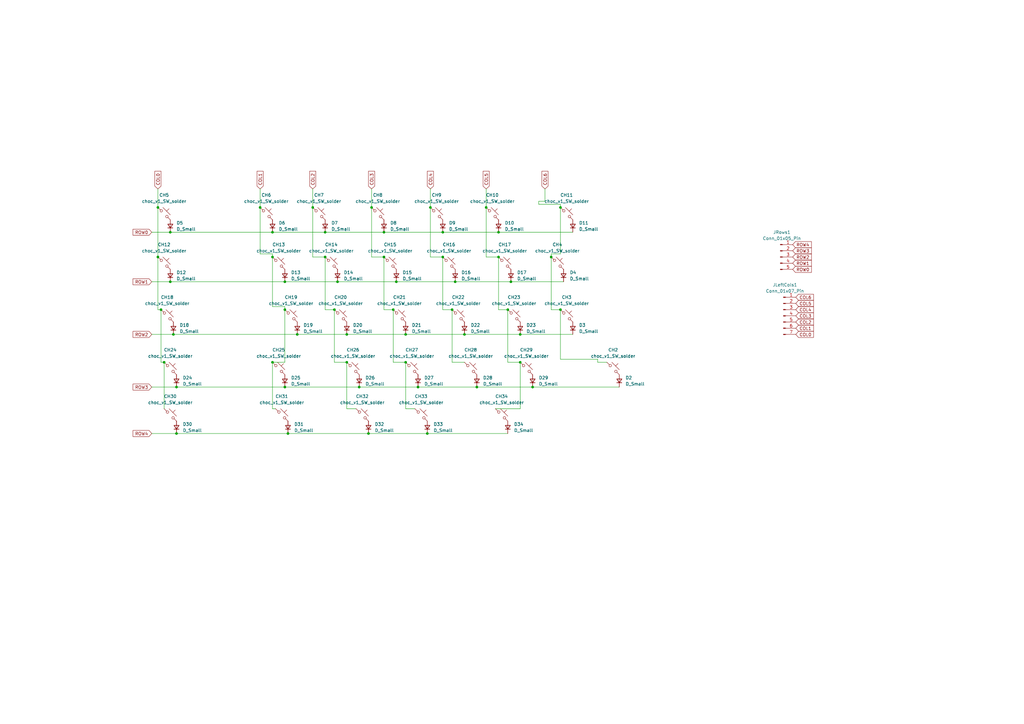
<source format=kicad_sch>
(kicad_sch (version 20231120) (generator "eeschema") (generator_version "8.0")
  (paper "A3")
  (lib_symbols
    (symbol "Connector:Conn_01x05_Pin" (pin_names (offset 1.016) hide)
      (property "Reference" "J" (at 0 7.62 0))
      (property "Value" "Conn_01x05_Pin" (at 0 -7.62 0))
      (symbol "Conn_01x05_Pin_1_1"
        (polyline (pts (xy 1.27 -5.08) (xy 0.8636 -5.08)) (stroke (width 0.1524)))
        (polyline (pts (xy 1.27 -2.54) (xy 0.8636 -2.54)) (stroke (width 0.1524)))
        (polyline (pts (xy 1.27 0) (xy 0.8636 0)) (stroke (width 0.1524)))
        (polyline (pts (xy 1.27 2.54) (xy 0.8636 2.54)) (stroke (width 0.1524)))
        (polyline (pts (xy 1.27 5.08) (xy 0.8636 5.08)) (stroke (width 0.1524)))
        (rectangle (start 0.8636 -4.953) (end 0 -5.207) (stroke (width 0.1524)) (fill (type outline)))
        (rectangle (start 0.8636 -2.413) (end 0 -2.667) (stroke (width 0.1524)) (fill (type outline)))
        (rectangle (start 0.8636 0.127) (end 0 -0.127) (stroke (width 0.1524)) (fill (type outline)))
        (rectangle (start 0.8636 2.667) (end 0 2.413) (stroke (width 0.1524)) (fill (type outline)))
        (rectangle (start 0.8636 5.207) (end 0 4.953) (stroke (width 0.1524)) (fill (type outline)))
        (pin passive line (at 5.08 5.08 180) (length 3.81) (name "Pin_1") (number "1"))
        (pin passive line (at 5.08 2.54 180) (length 3.81) (name "Pin_2") (number "2"))
        (pin passive line (at 5.08 0 180) (length 3.81) (name "Pin_3") (number "3"))
        (pin passive line (at 5.08 -2.54 180) (length 3.81) (name "Pin_4") (number "4"))
        (pin passive line (at 5.08 -5.08 180) (length 3.81) (name "Pin_5") (number "5"))
      )
    )
    (symbol "Connector:Conn_01x07_Pin" (pin_names (offset 1.016) hide)
      (property "Reference" "J" (at 0 10.16 0))
      (property "Value" "Conn_01x07_Pin" (at 0 -10.16 0))
      (symbol "Conn_01x07_Pin_1_1"
        (polyline (pts (xy 1.27 -7.62) (xy 0.8636 -7.62)) (stroke (width 0.1524)))
        (polyline (pts (xy 1.27 -5.08) (xy 0.8636 -5.08)) (stroke (width 0.1524)))
        (polyline (pts (xy 1.27 -2.54) (xy 0.8636 -2.54)) (stroke (width 0.1524)))
        (polyline (pts (xy 1.27 0) (xy 0.8636 0)) (stroke (width 0.1524)))
        (polyline (pts (xy 1.27 2.54) (xy 0.8636 2.54)) (stroke (width 0.1524)))
        (polyline (pts (xy 1.27 5.08) (xy 0.8636 5.08)) (stroke (width 0.1524)))
        (polyline (pts (xy 1.27 7.62) (xy 0.8636 7.62)) (stroke (width 0.1524)))
        (rectangle (start 0.8636 -7.493) (end 0 -7.747) (stroke (width 0.1524)) (fill (type outline)))
        (rectangle (start 0.8636 -4.953) (end 0 -5.207) (stroke (width 0.1524)) (fill (type outline)))
        (rectangle (start 0.8636 -2.413) (end 0 -2.667) (stroke (width 0.1524)) (fill (type outline)))
        (rectangle (start 0.8636 0.127) (end 0 -0.127) (stroke (width 0.1524)) (fill (type outline)))
        (rectangle (start 0.8636 2.667) (end 0 2.413) (stroke (width 0.1524)) (fill (type outline)))
        (rectangle (start 0.8636 5.207) (end 0 4.953) (stroke (width 0.1524)) (fill (type outline)))
        (rectangle (start 0.8636 7.747) (end 0 7.493) (stroke (width 0.1524)) (fill (type outline)))
        (pin passive line (at 5.08 7.62 180) (length 3.81) (name "Pin_1") (number "1"))
        (pin passive line (at 5.08 5.08 180) (length 3.81) (name "Pin_2") (number "2"))
        (pin passive line (at 5.08 2.54 180) (length 3.81) (name "Pin_3") (number "3"))
        (pin passive line (at 5.08 0 180) (length 3.81) (name "Pin_4") (number "4"))
        (pin passive line (at 5.08 -2.54 180) (length 3.81) (name "Pin_5") (number "5"))
        (pin passive line (at 5.08 -5.08 180) (length 3.81) (name "Pin_6") (number "6"))
        (pin passive line (at 5.08 -7.62 180) (length 3.81) (name "Pin_7") (number "7"))
      )
    )
    (symbol "Device:D_Small" (pin_numbers hide) (pin_names (offset 0.254) hide)
      (property "Reference" "D" (at -1.27 2.032 0))
      (property "Value" "D_Small" (at -3.81 -2.032 0))
      (symbol "D_Small_0_1"
        (polyline (pts (xy -0.762 -1.016) (xy -0.762 1.016)) (stroke (width 0.254)))
        (polyline (pts (xy -0.762 0) (xy 0.762 0)))
        (polyline (pts (xy 0.762 -1.016) (xy -0.762 0) (xy 0.762 1.016) (xy 0.762 -1.016)) (stroke (width 0.254)))
      )
      (symbol "D_Small_1_1"
        (pin passive line (at -2.54 0 0) (length 1.778) (name "K") (number "1"))
        (pin passive line (at 2.54 0 180) (length 1.778) (name "A") (number "2"))
      )
    )
    (symbol "PCM_marbastlib-choc:choc_v1_SW_solder" (pin_numbers hide) (pin_names (offset 1.016) hide)
      (property "Reference" "CH" (at 3.048 1.016 0))
      (property "Value" "choc_v1_SW_solder" (at 0 -3.81 0))
      (symbol "choc_v1_SW_solder_0_1"
        (circle (center -1.1684 1.1684) (radius 0.508))
        (polyline (pts (xy -0.508 2.54) (xy 2.54 -0.508)))
        (polyline (pts (xy 1.016 1.016) (xy 2.032 2.032)))
        (polyline (pts (xy -2.54 2.54) (xy -1.524 1.524) (xy -1.524 1.524)))
        (polyline (pts (xy 1.524 -1.524) (xy 2.54 -2.54) (xy 2.54 -2.54) (xy 2.54 -2.54)))
        (circle (center 1.143 -1.1938) (radius 0.508))
        (pin passive line (at -2.54 2.54 0) (length 0) (name "1") (number "1"))
        (pin passive line (at 2.54 -2.54 180) (length 0) (name "2") (number "2"))
      )
    )
  )
  (junction (at 138.43 115.57))
  (junction (at 166.37 148.59))
  (junction (at 171.45 158.75))
  (junction (at 186.69 115.57))
  (junction (at 229.87 85.09))
  (junction (at 195.58 158.75))
  (junction (at 111.76 95.25))
  (junction (at 209.55 115.57))
  (junction (at 213.36 148.59))
  (junction (at 161.29 127))
  (junction (at 121.92 137.16))
  (junction (at 175.26 177.8))
  (junction (at 204.47 105.41))
  (junction (at 190.5 137.16))
  (junction (at 218.44 158.75))
  (junction (at 111.76 148.59))
  (junction (at 142.24 137.16))
  (junction (at 116.84 158.75))
  (junction (at 116.84 115.57))
  (junction (at 181.61 95.25))
  (junction (at 151.13 177.8))
  (junction (at 157.48 105.41))
  (junction (at 147.32 158.75))
  (junction (at 157.48 95.25))
  (junction (at 133.35 95.25))
  (junction (at 111.76 105.41))
  (junction (at 181.61 105.41))
  (junction (at 208.28 127))
  (junction (at 66.04 127))
  (junction (at 67.31 148.59))
  (junction (at 229.87 127))
  (junction (at 185.42 127))
  (junction (at 128.27 85.09))
  (junction (at 213.36 137.16))
  (junction (at 133.35 105.41))
  (junction (at 69.85 95.25))
  (junction (at 152.4 85.09))
  (junction (at 204.47 95.25))
  (junction (at 176.53 85.09))
  (junction (at 137.16 127))
  (junction (at 199.39 85.09))
  (junction (at 226.06 105.41))
  (junction (at 72.39 177.8))
  (junction (at 118.11 177.8))
  (junction (at 64.77 105.41))
  (junction (at 64.77 85.09))
  (junction (at 162.56 115.57))
  (junction (at 142.24 148.59))
  (junction (at 116.84 127))
  (junction (at 72.39 158.75))
  (junction (at 69.85 115.57))
  (junction (at 166.37 137.16))
  (junction (at 106.68 85.09))
  (junction (at 71.12 137.16))
  (wire (pts (xy 161.29 127) (xy 161.29 148.59)))
  (wire (pts (xy 166.37 148.59) (xy 166.37 167.64)))
  (wire (pts (xy 71.12 137.16) (xy 121.92 137.16)))
  (wire (pts (xy 166.37 167.64) (xy 170.18 167.64)))
  (wire (pts (xy 152.4 105.41) (xy 157.48 105.41)))
  (wire (pts (xy 111.76 125.73) (xy 116.84 125.73)))
  (wire (pts (xy 62.23 115.57) (xy 69.85 115.57)))
  (wire (pts (xy 111.76 104.14) (xy 106.68 104.14)))
  (wire (pts (xy 66.04 127) (xy 66.04 148.59)))
  (wire (pts (xy 133.35 95.25) (xy 157.48 95.25)))
  (wire (pts (xy 62.23 137.16) (xy 71.12 137.16)))
  (wire (pts (xy 111.76 95.25) (xy 133.35 95.25)))
  (wire (pts (xy 62.23 95.25) (xy 69.85 95.25)))
  (wire (pts (xy 142.24 148.59) (xy 142.24 167.64)))
  (wire (pts (xy 209.55 115.57) (xy 231.14 115.57)))
  (wire (pts (xy 199.39 105.41) (xy 204.47 105.41)))
  (wire (pts (xy 208.28 127) (xy 208.28 148.59)))
  (wire (pts (xy 176.53 85.09) (xy 176.53 105.41)))
  (wire (pts (xy 62.23 177.8) (xy 72.39 177.8)))
  (wire (pts (xy 229.87 83.82) (xy 220.98 83.82)))
  (wire (pts (xy 69.85 115.57) (xy 116.84 115.57)))
  (wire (pts (xy 190.5 137.16) (xy 213.36 137.16)))
  (wire (pts (xy 181.61 127) (xy 185.42 127)))
  (wire (pts (xy 72.39 177.8) (xy 118.11 177.8)))
  (wire (pts (xy 226.06 104.14) (xy 226.06 105.41)))
  (wire (pts (xy 66.04 148.59) (xy 67.31 148.59)))
  (wire (pts (xy 181.61 95.25) (xy 204.47 95.25)))
  (wire (pts (xy 128.27 77.47) (xy 128.27 85.09)))
  (wire (pts (xy 133.35 127) (xy 137.16 127)))
  (wire (pts (xy 226.06 105.41) (xy 226.06 127)))
  (wire (pts (xy 116.84 148.59) (xy 111.76 148.59)))
  (wire (pts (xy 166.37 137.16) (xy 190.5 137.16)))
  (wire (pts (xy 106.68 77.47) (xy 106.68 85.09)))
  (wire (pts (xy 116.84 158.75) (xy 147.32 158.75)))
  (wire (pts (xy 72.39 158.75) (xy 116.84 158.75)))
  (wire (pts (xy 199.39 77.47) (xy 199.39 85.09)))
  (wire (pts (xy 229.87 83.82) (xy 229.87 85.09)))
  (wire (pts (xy 152.4 77.47) (xy 152.4 85.09)))
  (wire (pts (xy 137.16 127) (xy 137.16 148.59)))
  (wire (pts (xy 186.69 115.57) (xy 209.55 115.57)))
  (wire (pts (xy 157.48 95.25) (xy 181.61 95.25)))
  (wire (pts (xy 229.87 104.14) (xy 226.06 104.14)))
  (wire (pts (xy 111.76 104.14) (xy 111.76 105.41)))
  (wire (pts (xy 69.85 95.25) (xy 111.76 95.25)))
  (wire (pts (xy 223.52 82.55) (xy 223.52 77.47)))
  (wire (pts (xy 213.36 148.59) (xy 213.36 167.64)))
  (wire (pts (xy 220.98 83.82) (xy 220.98 82.55)))
  (wire (pts (xy 138.43 115.57) (xy 162.56 115.57)))
  (wire (pts (xy 64.77 127) (xy 66.04 127)))
  (wire (pts (xy 195.58 158.75) (xy 218.44 158.75)))
  (wire (pts (xy 176.53 77.47) (xy 176.53 85.09)))
  (wire (pts (xy 67.31 148.59) (xy 67.31 167.64)))
  (wire (pts (xy 118.11 177.8) (xy 151.13 177.8)))
  (wire (pts (xy 64.77 105.41) (xy 64.77 127)))
  (wire (pts (xy 64.77 85.09) (xy 64.77 105.41)))
  (wire (pts (xy 213.36 137.16) (xy 234.95 137.16)))
  (wire (pts (xy 229.87 147.32) (xy 229.87 127)))
  (wire (pts (xy 245.11 147.32) (xy 245.11 148.59)))
  (wire (pts (xy 111.76 125.73) (xy 111.76 105.41)))
  (wire (pts (xy 199.39 85.09) (xy 199.39 105.41)))
  (wire (pts (xy 151.13 177.8) (xy 175.26 177.8)))
  (wire (pts (xy 185.42 127) (xy 185.42 148.59)))
  (wire (pts (xy 157.48 127) (xy 161.29 127)))
  (wire (pts (xy 142.24 137.16) (xy 166.37 137.16)))
  (wire (pts (xy 111.76 167.64) (xy 113.03 167.64)))
  (wire (pts (xy 157.48 105.41) (xy 157.48 127)))
  (wire (pts (xy 152.4 85.09) (xy 152.4 105.41)))
  (wire (pts (xy 128.27 85.09) (xy 128.27 105.41)))
  (wire (pts (xy 128.27 105.41) (xy 133.35 105.41)))
  (wire (pts (xy 64.77 77.47) (xy 64.77 85.09)))
  (wire (pts (xy 137.16 148.59) (xy 142.24 148.59)))
  (wire (pts (xy 245.11 148.59) (xy 248.92 148.59)))
  (wire (pts (xy 161.29 148.59) (xy 166.37 148.59)))
  (wire (pts (xy 171.45 158.75) (xy 195.58 158.75)))
  (wire (pts (xy 245.11 147.32) (xy 229.87 147.32)))
  (wire (pts (xy 133.35 105.41) (xy 133.35 127)))
  (wire (pts (xy 185.42 148.59) (xy 190.5 148.59)))
  (wire (pts (xy 204.47 95.25) (xy 234.95 95.25)))
  (wire (pts (xy 175.26 177.8) (xy 208.28 177.8)))
  (wire (pts (xy 181.61 105.41) (xy 181.61 127)))
  (wire (pts (xy 142.24 167.64) (xy 146.05 167.64)))
  (wire (pts (xy 111.76 148.59) (xy 111.76 167.64)))
  (wire (pts (xy 116.84 127) (xy 116.84 148.59)))
  (wire (pts (xy 218.44 158.75) (xy 254 158.75)))
  (wire (pts (xy 121.92 137.16) (xy 142.24 137.16)))
  (wire (pts (xy 226.06 127) (xy 229.87 127)))
  (wire (pts (xy 204.47 105.41) (xy 204.47 127)))
  (wire (pts (xy 213.36 167.64) (xy 203.2 167.64)))
  (wire (pts (xy 116.84 115.57) (xy 138.43 115.57)))
  (wire (pts (xy 220.98 82.55) (xy 223.52 82.55)))
  (wire (pts (xy 147.32 158.75) (xy 171.45 158.75)))
  (wire (pts (xy 176.53 105.41) (xy 181.61 105.41)))
  (wire (pts (xy 229.87 104.14) (xy 229.87 85.09)))
  (wire (pts (xy 116.84 125.73) (xy 116.84 127)))
  (wire (pts (xy 106.68 104.14) (xy 106.68 85.09)))
  (wire (pts (xy 208.28 148.59) (xy 213.36 148.59)))
  (wire (pts (xy 204.47 127) (xy 208.28 127)))
  (wire (pts (xy 62.23 158.75) (xy 72.39 158.75)))
  (wire (pts (xy 162.56 115.57) (xy 186.69 115.57)))
  (global_label "COL2" (shape input) (at 128.27 77.47 90) (property "Intersheetrefs" "${INTERSHEET_REFS}" (effects (hide yes))))
  (global_label "COL5" (shape input) (at 326.39 124.46 0) (property "Intersheetrefs" "${INTERSHEET_REFS}" (effects (hide yes))))
  (global_label "COL0" (shape input) (at 64.77 77.47 90) (property "Intersheetrefs" "${INTERSHEET_REFS}" (effects (hide yes))))
  (global_label "ROW3" (shape input) (at 325.12 102.87 0) (property "Intersheetrefs" "${INTERSHEET_REFS}" (effects (hide yes))))
  (global_label "COL3" (shape input) (at 152.4 77.47 90) (property "Intersheetrefs" "${INTERSHEET_REFS}" (effects (hide yes))))
  (global_label "ROW4" (shape input) (at 62.23 177.8 180) (property "Intersheetrefs" "${INTERSHEET_REFS}" (effects (hide yes))))
  (global_label "ROW3" (shape input) (at 62.23 158.75 180) (property "Intersheetrefs" "${INTERSHEET_REFS}" (effects (hide yes))))
  (global_label "ROW2" (shape input) (at 62.23 137.16 180) (property "Intersheetrefs" "${INTERSHEET_REFS}" (effects (hide yes))))
  (global_label "ROW1" (shape input) (at 325.12 107.95 0) (property "Intersheetrefs" "${INTERSHEET_REFS}" (effects (hide yes))))
  (global_label "ROW0" (shape input) (at 62.23 95.25 180) (property "Intersheetrefs" "${INTERSHEET_REFS}" (effects (hide yes))))
  (global_label "COL0" (shape input) (at 326.39 137.16 0) (property "Intersheetrefs" "${INTERSHEET_REFS}" (effects (hide yes))))
  (global_label "COL1" (shape input) (at 326.39 134.62 0) (property "Intersheetrefs" "${INTERSHEET_REFS}" (effects (hide yes))))
  (global_label "COL3" (shape input) (at 326.39 129.54 0) (property "Intersheetrefs" "${INTERSHEET_REFS}" (effects (hide yes))))
  (global_label "COL2" (shape input) (at 326.39 132.08 0) (property "Intersheetrefs" "${INTERSHEET_REFS}" (effects (hide yes))))
  (global_label "COL4" (shape input) (at 176.53 77.47 90) (property "Intersheetrefs" "${INTERSHEET_REFS}" (effects (hide yes))))
  (global_label "ROW1" (shape input) (at 62.23 115.57 180) (property "Intersheetrefs" "${INTERSHEET_REFS}" (effects (hide yes))))
  (global_label "ROW0" (shape input) (at 325.12 110.49 0) (property "Intersheetrefs" "${INTERSHEET_REFS}" (effects (hide yes))))
  (global_label "COL5" (shape input) (at 199.39 77.47 90) (property "Intersheetrefs" "${INTERSHEET_REFS}" (effects (hide yes))))
  (global_label "COL6" (shape input) (at 223.52 77.47 90) (property "Intersheetrefs" "${INTERSHEET_REFS}" (effects (hide yes))))
  (global_label "COL6" (shape input) (at 326.39 121.92 0) (property "Intersheetrefs" "${INTERSHEET_REFS}" (effects (hide yes))))
  (global_label "ROW4" (shape input) (at 325.12 100.33 0) (property "Intersheetrefs" "${INTERSHEET_REFS}" (effects (hide yes))))
  (global_label "ROW2" (shape input) (at 325.12 105.41 0) (property "Intersheetrefs" "${INTERSHEET_REFS}" (effects (hide yes))))
  (global_label "COL1" (shape input) (at 106.68 77.47 90) (property "Intersheetrefs" "${INTERSHEET_REFS}" (effects (hide yes))))
  (global_label "COL4" (shape input) (at 326.39 127 0) (property "Intersheetrefs" "${INTERSHEET_REFS}" (effects (hide yes))))
  (symbol (lib_id "PCM_marbastlib-choc:choc_v1_SW_solder") (at 215.9 151.13 0) (unit 1)
    (property "Reference" "CH29" (at 215.9 143.51 0))
    (property "Value" "choc_v1_SW_solder" (at 215.9 146.05 0))
    (property "Footprint" "PCM_marbastlib-choc:SW_choc_v1_HS_CPG135001S30_1u" (effects (hide yes)))
    (property "Description" "Push button switch, normally open, two pins, 45° tilted" (effects (hide yes)))
  )
  (symbol (lib_id "Device:D_Small") (at 71.12 134.62 90) (unit 1)
    (property "Reference" "D18" (at 73.66 133.3499 90) (effects (justify right)))
    (property "Value" "D_Small" (at 73.66 135.8899 90) (effects (justify right)))
    (property "Footprint" "Diode_SMD:D_SOD-123" (effects (hide yes)))
    (property "Description" "Diode, small symbol" (effects (hide yes)))
    (property "Sim.Device" "D" (effects (hide yes)))
    (property "Sim.Pins" "1=K 2=A" (effects (hide yes)))
  )
  (symbol (lib_id "PCM_marbastlib-choc:choc_v1_SW_solder") (at 228.6 107.95 0) (unit 1)
    (property "Reference" "CH4" (at 228.6 100.33 0))
    (property "Value" "choc_v1_SW_solder" (at 228.6 102.87 0))
    (property "Footprint" "PCM_marbastlib-choc:SW_choc_v1_HS_CPG135001S30_1u" (effects (hide yes)))
    (property "Description" "Push button switch, normally open, two pins, 45° tilted" (effects (hide yes)))
  )
  (symbol (lib_id "Device:D_Small") (at 157.48 92.71 90) (unit 1)
    (property "Reference" "D8" (at 160.02 91.4399 90) (effects (justify right)))
    (property "Value" "D_Small" (at 160.02 93.9799 90) (effects (justify right)))
    (property "Footprint" "Diode_SMD:D_SOD-123" (effects (hide yes)))
    (property "Description" "Diode, small symbol" (effects (hide yes)))
    (property "Sim.Device" "D" (effects (hide yes)))
    (property "Sim.Pins" "1=K 2=A" (effects (hide yes)))
  )
  (symbol (lib_id "Connector:Conn_01x05_Pin") (at 320.04 105.41 0) (unit 1)
    (property "Reference" "JRows1" (at 320.675 95.25 0))
    (property "Value" "Conn_01x05_Pin" (at 320.675 97.79 0))
    (property "Footprint" "Connector_PinHeader_2.00mm:PinHeader_1x05_P2.00mm_Vertical" (effects (hide yes)))
    (property "Description" "Generic connector, single row, 01x05, script generated" (effects (hide yes)))
  )
  (symbol (lib_id "PCM_marbastlib-choc:choc_v1_SW_solder") (at 187.96 129.54 0) (unit 1)
    (property "Reference" "CH22" (at 187.96 121.92 0))
    (property "Value" "choc_v1_SW_solder" (at 187.96 124.46 0))
    (property "Footprint" "PCM_marbastlib-choc:SW_choc_v1_HS_CPG135001S30_1u" (effects (hide yes)))
    (property "Description" "Push button switch, normally open, two pins, 45° tilted" (effects (hide yes)))
  )
  (symbol (lib_id "Device:D_Small") (at 142.24 134.62 90) (unit 1)
    (property "Reference" "D20" (at 144.78 133.3499 90) (effects (justify right)))
    (property "Value" "D_Small" (at 144.78 135.8899 90) (effects (justify right)))
    (property "Footprint" "Diode_SMD:D_SOD-123" (effects (hide yes)))
    (property "Description" "Diode, small symbol" (effects (hide yes)))
    (property "Sim.Device" "D" (effects (hide yes)))
    (property "Sim.Pins" "1=K 2=A" (effects (hide yes)))
  )
  (symbol (lib_id "Device:D_Small") (at 151.13 175.26 90) (unit 1)
    (property "Reference" "D32" (at 153.67 173.9899 90) (effects (justify right)))
    (property "Value" "D_Small" (at 153.67 176.5299 90) (effects (justify right)))
    (property "Footprint" "Diode_SMD:D_SOD-123" (effects (hide yes)))
    (property "Description" "Diode, small symbol" (effects (hide yes)))
    (property "Sim.Device" "D" (effects (hide yes)))
    (property "Sim.Pins" "1=K 2=A" (effects (hide yes)))
  )
  (symbol (lib_id "Device:D_Small") (at 234.95 134.62 90) (unit 1)
    (property "Reference" "D3" (at 237.49 133.3499 90) (effects (justify right)))
    (property "Value" "D_Small" (at 237.49 135.8899 90) (effects (justify right)))
    (property "Footprint" "Diode_SMD:D_SOD-123" (effects (hide yes)))
    (property "Description" "Diode, small symbol" (effects (hide yes)))
    (property "Sim.Device" "D" (effects (hide yes)))
    (property "Sim.Pins" "1=K 2=A" (effects (hide yes)))
  )
  (symbol (lib_id "PCM_marbastlib-choc:choc_v1_SW_solder") (at 193.04 151.13 0) (unit 1)
    (property "Reference" "CH28" (at 193.04 143.51 0))
    (property "Value" "choc_v1_SW_solder" (at 193.04 146.05 0))
    (property "Footprint" "PCM_marbastlib-choc:SW_choc_v1_HS_CPG135001S30_1u" (effects (hide yes)))
    (property "Description" "Push button switch, normally open, two pins, 45° tilted" (effects (hide yes)))
  )
  (symbol (lib_id "PCM_marbastlib-choc:choc_v1_SW_solder") (at 114.3 151.13 0) (unit 1)
    (property "Reference" "CH25" (at 114.3 143.51 0))
    (property "Value" "choc_v1_SW_solder" (at 114.3 146.05 0))
    (property "Footprint" "PCM_marbastlib-choc:SW_choc_v1_HS_CPG135001S30_1.75u" (effects (hide yes)))
    (property "Description" "Push button switch, normally open, two pins, 45° tilted" (effects (hide yes)))
  )
  (symbol (lib_id "Device:D_Small") (at 231.14 113.03 90) (unit 1)
    (property "Reference" "D4" (at 233.68 111.7599 90) (effects (justify right)))
    (property "Value" "D_Small" (at 233.68 114.2999 90) (effects (justify right)))
    (property "Footprint" "Diode_SMD:D_SOD-123" (effects (hide yes)))
    (property "Description" "Diode, small symbol" (effects (hide yes)))
    (property "Sim.Device" "D" (effects (hide yes)))
    (property "Sim.Pins" "1=K 2=A" (effects (hide yes)))
  )
  (symbol (lib_id "PCM_marbastlib-choc:choc_v1_SW_solder") (at 69.85 151.13 0) (unit 1)
    (property "Reference" "CH24" (at 69.85 143.51 0))
    (property "Value" "choc_v1_SW_solder" (at 69.85 146.05 0))
    (property "Footprint" "PCM_marbastlib-choc:SW_choc_v1_HS_CPG135001S30_1u" (effects (hide yes)))
    (property "Description" "Push button switch, normally open, two pins, 45° tilted" (effects (hide yes)))
  )
  (symbol (lib_id "Device:D_Small") (at 69.85 92.71 90) (unit 1)
    (property "Reference" "D5" (at 72.39 91.4399 90) (effects (justify right)))
    (property "Value" "D_Small" (at 72.39 93.9799 90) (effects (justify right)))
    (property "Footprint" "Diode_SMD:D_SOD-123" (effects (hide yes)))
    (property "Description" "Diode, small symbol" (effects (hide yes)))
    (property "Sim.Device" "D" (effects (hide yes)))
    (property "Sim.Pins" "1=K 2=A" (effects (hide yes)))
  )
  (symbol (lib_id "Device:D_Small") (at 254 156.21 90) (unit 1)
    (property "Reference" "D2" (at 256.54 154.9399 90) (effects (justify right)))
    (property "Value" "D_Small" (at 256.54 157.4799 90) (effects (justify right)))
    (property "Footprint" "Diode_SMD:D_SOD-123" (effects (hide yes)))
    (property "Description" "Diode, small symbol" (effects (hide yes)))
    (property "Sim.Device" "D" (effects (hide yes)))
    (property "Sim.Pins" "1=K 2=A" (effects (hide yes)))
  )
  (symbol (lib_id "Device:D_Small") (at 181.61 92.71 90) (unit 1)
    (property "Reference" "D9" (at 184.15 91.4399 90) (effects (justify right)))
    (property "Value" "D_Small" (at 184.15 93.9799 90) (effects (justify right)))
    (property "Footprint" "Diode_SMD:D_SOD-123" (effects (hide yes)))
    (property "Description" "Diode, small symbol" (effects (hide yes)))
    (property "Sim.Device" "D" (effects (hide yes)))
    (property "Sim.Pins" "1=K 2=A" (effects (hide yes)))
  )
  (symbol (lib_id "PCM_marbastlib-choc:choc_v1_SW_solder") (at 135.89 107.95 0) (unit 1)
    (property "Reference" "CH14" (at 135.89 100.33 0))
    (property "Value" "choc_v1_SW_solder" (at 135.89 102.87 0))
    (property "Footprint" "PCM_marbastlib-choc:SW_choc_v1_HS_CPG135001S30_1u" (effects (hide yes)))
    (property "Description" "Push button switch, normally open, two pins, 45° tilted" (effects (hide yes)))
  )
  (symbol (lib_id "PCM_marbastlib-choc:choc_v1_SW_solder") (at 115.57 170.18 0) (unit 1)
    (property "Reference" "CH31" (at 115.57 162.56 0))
    (property "Value" "choc_v1_SW_solder" (at 115.57 165.1 0))
    (property "Footprint" "PCM_marbastlib-choc:SW_choc_v1_HS_CPG135001S30_1.25u" (effects (hide yes)))
    (property "Description" "Push button switch, normally open, two pins, 45° tilted" (effects (hide yes)))
  )
  (symbol (lib_id "Device:D_Small") (at 190.5 134.62 90) (unit 1)
    (property "Reference" "D22" (at 193.04 133.3499 90) (effects (justify right)))
    (property "Value" "D_Small" (at 193.04 135.8899 90) (effects (justify right)))
    (property "Footprint" "Diode_SMD:D_SOD-123" (effects (hide yes)))
    (property "Description" "Diode, small symbol" (effects (hide yes)))
    (property "Sim.Device" "D" (effects (hide yes)))
    (property "Sim.Pins" "1=K 2=A" (effects (hide yes)))
  )
  (symbol (lib_id "PCM_marbastlib-choc:choc_v1_SW_solder") (at 207.01 107.95 0) (unit 1)
    (property "Reference" "CH17" (at 207.01 100.33 0))
    (property "Value" "choc_v1_SW_solder" (at 207.01 102.87 0))
    (property "Footprint" "PCM_marbastlib-choc:SW_choc_v1_HS_CPG135001S30_1u" (effects (hide yes)))
    (property "Description" "Push button switch, normally open, two pins, 45° tilted" (effects (hide yes)))
  )
  (symbol (lib_id "PCM_marbastlib-choc:choc_v1_SW_solder") (at 210.82 129.54 0) (unit 1)
    (property "Reference" "CH23" (at 210.82 121.92 0))
    (property "Value" "choc_v1_SW_solder" (at 210.82 124.46 0))
    (property "Footprint" "PCM_marbastlib-choc:SW_choc_v1_HS_CPG135001S30_1u" (effects (hide yes)))
    (property "Description" "Push button switch, normally open, two pins, 45° tilted" (effects (hide yes)))
  )
  (symbol (lib_id "Device:D_Small") (at 147.32 156.21 90) (unit 1)
    (property "Reference" "D26" (at 149.86 154.9399 90) (effects (justify right)))
    (property "Value" "D_Small" (at 149.86 157.4799 90) (effects (justify right)))
    (property "Footprint" "Diode_SMD:D_SOD-123" (effects (hide yes)))
    (property "Description" "Diode, small symbol" (effects (hide yes)))
    (property "Sim.Device" "D" (effects (hide yes)))
    (property "Sim.Pins" "1=K 2=A" (effects (hide yes)))
  )
  (symbol (lib_id "PCM_marbastlib-choc:choc_v1_SW_solder") (at 232.41 129.54 0) (unit 1)
    (property "Reference" "CH3" (at 232.41 121.92 0))
    (property "Value" "choc_v1_SW_solder" (at 232.41 124.46 0))
    (property "Footprint" "PCM_marbastlib-choc:SW_choc_v1_HS_CPG135001S30_1u" (effects (hide yes)))
    (property "Description" "Push button switch, normally open, two pins, 45° tilted" (effects (hide yes)))
  )
  (symbol (lib_id "Device:D_Small") (at 116.84 156.21 90) (unit 1)
    (property "Reference" "D25" (at 119.38 154.9399 90) (effects (justify right)))
    (property "Value" "D_Small" (at 119.38 157.4799 90) (effects (justify right)))
    (property "Footprint" "Diode_SMD:D_SOD-123" (effects (hide yes)))
    (property "Description" "Diode, small symbol" (effects (hide yes)))
    (property "Sim.Device" "D" (effects (hide yes)))
    (property "Sim.Pins" "1=K 2=A" (effects (hide yes)))
  )
  (symbol (lib_id "Device:D_Small") (at 72.39 175.26 90) (unit 1)
    (property "Reference" "D30" (at 74.93 173.9899 90) (effects (justify right)))
    (property "Value" "D_Small" (at 74.93 176.5299 90) (effects (justify right)))
    (property "Footprint" "Diode_SMD:D_SOD-123" (effects (hide yes)))
    (property "Description" "Diode, small symbol" (effects (hide yes)))
    (property "Sim.Device" "D" (effects (hide yes)))
    (property "Sim.Pins" "1=K 2=A" (effects (hide yes)))
  )
  (symbol (lib_id "Device:D_Small") (at 111.76 92.71 90) (unit 1)
    (property "Reference" "D6" (at 114.3 91.4399 90) (effects (justify right)))
    (property "Value" "D_Small" (at 114.3 93.9799 90) (effects (justify right)))
    (property "Footprint" "Diode_SMD:D_SOD-123" (effects (hide yes)))
    (property "Description" "Diode, small symbol" (effects (hide yes)))
    (property "Sim.Device" "D" (effects (hide yes)))
    (property "Sim.Pins" "1=K 2=A" (effects (hide yes)))
  )
  (symbol (lib_id "Device:D_Small") (at 175.26 175.26 90) (unit 1)
    (property "Reference" "D33" (at 177.8 173.9899 90) (effects (justify right)))
    (property "Value" "D_Small" (at 177.8 176.5299 90) (effects (justify right)))
    (property "Footprint" "Diode_SMD:D_SOD-123" (effects (hide yes)))
    (property "Description" "Diode, small symbol" (effects (hide yes)))
    (property "Sim.Device" "D" (effects (hide yes)))
    (property "Sim.Pins" "1=K 2=A" (effects (hide yes)))
  )
  (symbol (lib_id "Device:D_Small") (at 204.47 92.71 90) (unit 1)
    (property "Reference" "D10" (at 207.01 91.4399 90) (effects (justify right)))
    (property "Value" "D_Small" (at 207.01 93.9799 90) (effects (justify right)))
    (property "Footprint" "Diode_SMD:D_SOD-123" (effects (hide yes)))
    (property "Description" "Diode, small symbol" (effects (hide yes)))
    (property "Sim.Device" "D" (effects (hide yes)))
    (property "Sim.Pins" "1=K 2=A" (effects (hide yes)))
  )
  (symbol (lib_id "PCM_marbastlib-choc:choc_v1_SW_solder") (at 163.83 129.54 0) (unit 1)
    (property "Reference" "CH21" (at 163.83 121.92 0))
    (property "Value" "choc_v1_SW_solder" (at 163.83 124.46 0))
    (property "Footprint" "PCM_marbastlib-choc:SW_choc_v1_HS_CPG135001S30_1u" (effects (hide yes)))
    (property "Description" "Push button switch, normally open, two pins, 45° tilted" (effects (hide yes)))
  )
  (symbol (lib_id "PCM_marbastlib-choc:choc_v1_SW_solder") (at 148.59 170.18 0) (unit 1)
    (property "Reference" "CH32" (at 148.59 162.56 0))
    (property "Value" "choc_v1_SW_solder" (at 148.59 165.1 0))
    (property "Footprint" "PCM_marbastlib-choc:SW_choc_v1_HS_CPG135001S30_1.25u" (effects (hide yes)))
    (property "Description" "Push button switch, normally open, two pins, 45° tilted" (effects (hide yes)))
  )
  (symbol (lib_id "PCM_marbastlib-choc:choc_v1_SW_solder") (at 109.22 87.63 0) (unit 1)
    (property "Reference" "CH6" (at 109.22 80.01 0))
    (property "Value" "choc_v1_SW_solder" (at 109.22 82.55 0))
    (property "Footprint" "PCM_marbastlib-choc:SW_choc_v1_HS_CPG135001S30_1u" (effects (hide yes)))
    (property "Description" "Push button switch, normally open, two pins, 45° tilted" (effects (hide yes)))
  )
  (symbol (lib_id "PCM_marbastlib-choc:choc_v1_SW_solder") (at 144.78 151.13 0) (unit 1)
    (property "Reference" "CH26" (at 144.78 143.51 0))
    (property "Value" "choc_v1_SW_solder" (at 144.78 146.05 0))
    (property "Footprint" "PCM_marbastlib-choc:SW_choc_v1_HS_CPG135001S30_1u" (effects (hide yes)))
    (property "Description" "Push button switch, normally open, two pins, 45° tilted" (effects (hide yes)))
  )
  (symbol (lib_id "PCM_marbastlib-choc:choc_v1_SW_solder") (at 67.31 107.95 0) (unit 1)
    (property "Reference" "CH12" (at 67.31 100.33 0))
    (property "Value" "choc_v1_SW_solder" (at 67.31 102.87 0))
    (property "Footprint" "PCM_marbastlib-choc:SW_choc_v1_HS_CPG135001S30_1u" (effects (hide yes)))
    (property "Description" "Push button switch, normally open, two pins, 45° tilted" (effects (hide yes)))
  )
  (symbol (lib_id "PCM_marbastlib-choc:choc_v1_SW_solder") (at 179.07 87.63 0) (unit 1)
    (property "Reference" "CH9" (at 179.07 80.01 0))
    (property "Value" "choc_v1_SW_solder" (at 179.07 82.55 0))
    (property "Footprint" "PCM_marbastlib-choc:SW_choc_v1_HS_CPG135001S30_1u" (effects (hide yes)))
    (property "Description" "Push button switch, normally open, two pins, 45° tilted" (effects (hide yes)))
  )
  (symbol (lib_id "Device:D_Small") (at 209.55 113.03 90) (unit 1)
    (property "Reference" "D17" (at 212.09 111.7599 90) (effects (justify right)))
    (property "Value" "D_Small" (at 212.09 114.2999 90) (effects (justify right)))
    (property "Footprint" "Diode_SMD:D_SOD-123" (effects (hide yes)))
    (property "Description" "Diode, small symbol" (effects (hide yes)))
    (property "Sim.Device" "D" (effects (hide yes)))
    (property "Sim.Pins" "1=K 2=A" (effects (hide yes)))
  )
  (symbol (lib_id "PCM_marbastlib-choc:choc_v1_SW_solder") (at 154.94 87.63 0) (unit 1)
    (property "Reference" "CH8" (at 154.94 80.01 0))
    (property "Value" "choc_v1_SW_solder" (at 154.94 82.55 0))
    (property "Footprint" "PCM_marbastlib-choc:SW_choc_v1_HS_CPG135001S30_1u" (effects (hide yes)))
    (property "Description" "Push button switch, normally open, two pins, 45° tilted" (effects (hide yes)))
  )
  (symbol (lib_id "Device:D_Small") (at 234.95 92.71 90) (unit 1)
    (property "Reference" "D11" (at 237.49 91.4399 90) (effects (justify right)))
    (property "Value" "D_Small" (at 237.49 93.9799 90) (effects (justify right)))
    (property "Footprint" "Diode_SMD:D_SOD-123" (effects (hide yes)))
    (property "Description" "Diode, small symbol" (effects (hide yes)))
    (property "Sim.Device" "D" (effects (hide yes)))
    (property "Sim.Pins" "1=K 2=A" (effects (hide yes)))
  )
  (symbol (lib_id "PCM_marbastlib-choc:choc_v1_SW_solder") (at 67.31 87.63 0) (unit 1)
    (property "Reference" "CH5" (at 67.31 80.01 0))
    (property "Value" "choc_v1_SW_solder" (at 67.31 82.55 0))
    (property "Footprint" "PCM_marbastlib-choc:SW_choc_v1_HS_CPG135001S30_1u" (effects (hide yes)))
    (property "Description" "Push button switch, normally open, two pins, 45° tilted" (effects (hide yes)))
  )
  (symbol (lib_id "Device:D_Small") (at 218.44 156.21 90) (unit 1)
    (property "Reference" "D29" (at 220.98 154.9399 90) (effects (justify right)))
    (property "Value" "D_Small" (at 220.98 157.4799 90) (effects (justify right)))
    (property "Footprint" "Diode_SMD:D_SOD-123" (effects (hide yes)))
    (property "Description" "Diode, small symbol" (effects (hide yes)))
    (property "Sim.Device" "D" (effects (hide yes)))
    (property "Sim.Pins" "1=K 2=A" (effects (hide yes)))
  )
  (symbol (lib_id "Device:D_Small") (at 72.39 156.21 90) (unit 1)
    (property "Reference" "D24" (at 74.93 154.9399 90) (effects (justify right)))
    (property "Value" "D_Small" (at 74.93 157.4799 90) (effects (justify right)))
    (property "Footprint" "Diode_SMD:D_SOD-123" (effects (hide yes)))
    (property "Description" "Diode, small symbol" (effects (hide yes)))
    (property "Sim.Device" "D" (effects (hide yes)))
    (property "Sim.Pins" "1=K 2=A" (effects (hide yes)))
  )
  (symbol (lib_id "Connector:Conn_01x07_Pin") (at 321.31 129.54 0) (unit 1)
    (property "Reference" "JLeftCols1" (at 321.945 116.84 0))
    (property "Value" "Conn_01x07_Pin" (at 321.945 119.38 0))
    (property "Footprint" "Connector_PinHeader_2.00mm:PinHeader_1x07_P2.00mm_Vertical" (effects (hide yes)))
    (property "Description" "Generic connector, single row, 01x07, script generated" (effects (hide yes)))
  )
  (symbol (lib_id "Device:D_Small") (at 133.35 92.71 90) (unit 1)
    (property "Reference" "D7" (at 135.89 91.4399 90) (effects (justify right)))
    (property "Value" "D_Small" (at 135.89 93.9799 90) (effects (justify right)))
    (property "Footprint" "Diode_SMD:D_SOD-123" (effects (hide yes)))
    (property "Description" "Diode, small symbol" (effects (hide yes)))
    (property "Sim.Device" "D" (effects (hide yes)))
    (property "Sim.Pins" "1=K 2=A" (effects (hide yes)))
  )
  (symbol (lib_id "Device:D_Small") (at 162.56 113.03 90) (unit 1)
    (property "Reference" "D15" (at 165.1 111.7599 90) (effects (justify right)))
    (property "Value" "D_Small" (at 165.1 114.2999 90) (effects (justify right)))
    (property "Footprint" "Diode_SMD:D_SOD-123" (effects (hide yes)))
    (property "Description" "Diode, small symbol" (effects (hide yes)))
    (property "Sim.Device" "D" (effects (hide yes)))
    (property "Sim.Pins" "1=K 2=A" (effects (hide yes)))
  )
  (symbol (lib_id "Device:D_Small") (at 116.84 113.03 90) (unit 1)
    (property "Reference" "D13" (at 119.38 111.7599 90) (effects (justify right)))
    (property "Value" "D_Small" (at 119.38 114.2999 90) (effects (justify right)))
    (property "Footprint" "Diode_SMD:D_SOD-123" (effects (hide yes)))
    (property "Description" "Diode, small symbol" (effects (hide yes)))
    (property "Sim.Device" "D" (effects (hide yes)))
    (property "Sim.Pins" "1=K 2=A" (effects (hide yes)))
  )
  (symbol (lib_id "PCM_marbastlib-choc:choc_v1_SW_solder") (at 68.58 129.54 0) (unit 1)
    (property "Reference" "CH18" (at 68.58 121.92 0))
    (property "Value" "choc_v1_SW_solder" (at 68.58 124.46 0))
    (property "Footprint" "PCM_marbastlib-choc:SW_choc_v1_HS_CPG135001S30_1u" (effects (hide yes)))
    (property "Description" "Push button switch, normally open, two pins, 45° tilted" (effects (hide yes)))
  )
  (symbol (lib_id "Device:D_Small") (at 166.37 134.62 90) (unit 1)
    (property "Reference" "D21" (at 168.91 133.3499 90) (effects (justify right)))
    (property "Value" "D_Small" (at 168.91 135.8899 90) (effects (justify right)))
    (property "Footprint" "Diode_SMD:D_SOD-123" (effects (hide yes)))
    (property "Description" "Diode, small symbol" (effects (hide yes)))
    (property "Sim.Device" "D" (effects (hide yes)))
    (property "Sim.Pins" "1=K 2=A" (effects (hide yes)))
  )
  (symbol (lib_id "Device:D_Small") (at 208.28 175.26 90) (unit 1)
    (property "Reference" "D34" (at 210.82 173.9899 90) (effects (justify right)))
    (property "Value" "D_Small" (at 210.82 176.5299 90) (effects (justify right)))
    (property "Footprint" "Diode_SMD:D_SOD-123" (effects (hide yes)))
    (property "Description" "Diode, small symbol" (effects (hide yes)))
    (property "Sim.Device" "D" (effects (hide yes)))
    (property "Sim.Pins" "1=K 2=A" (effects (hide yes)))
  )
  (symbol (lib_id "PCM_marbastlib-choc:choc_v1_SW_solder") (at 139.7 129.54 0) (unit 1)
    (property "Reference" "CH20" (at 139.7 121.92 0))
    (property "Value" "choc_v1_SW_solder" (at 139.7 124.46 0))
    (property "Footprint" "PCM_marbastlib-choc:SW_choc_v1_HS_CPG135001S30_1u" (effects (hide yes)))
    (property "Description" "Push button switch, normally open, two pins, 45° tilted" (effects (hide yes)))
  )
  (symbol (lib_id "PCM_marbastlib-choc:choc_v1_SW_solder") (at 201.93 87.63 0) (unit 1)
    (property "Reference" "CH10" (at 201.93 80.01 0))
    (property "Value" "choc_v1_SW_solder" (at 201.93 82.55 0))
    (property "Footprint" "PCM_marbastlib-choc:SW_choc_v1_HS_CPG135001S30_1u" (effects (hide yes)))
    (property "Description" "Push button switch, normally open, two pins, 45° tilted" (effects (hide yes)))
  )
  (symbol (lib_id "Device:D_Small") (at 171.45 156.21 90) (unit 1)
    (property "Reference" "D27" (at 173.99 154.9399 90) (effects (justify right)))
    (property "Value" "D_Small" (at 173.99 157.4799 90) (effects (justify right)))
    (property "Footprint" "Diode_SMD:D_SOD-123" (effects (hide yes)))
    (property "Description" "Diode, small symbol" (effects (hide yes)))
    (property "Sim.Device" "D" (effects (hide yes)))
    (property "Sim.Pins" "1=K 2=A" (effects (hide yes)))
  )
  (symbol (lib_id "PCM_marbastlib-choc:choc_v1_SW_solder") (at 205.74 170.18 0) (unit 1)
    (property "Reference" "CH34" (at 205.74 162.56 0))
    (property "Value" "choc_v1_SW_solder" (at 205.74 165.1 0))
    (property "Footprint" "PCM_marbastlib-choc:SW_choc_v1_HS_CPG135001S30_2.25u" (effects (hide yes)))
    (property "Description" "Push button switch, normally open, two pins, 45° tilted" (effects (hide yes)))
  )
  (symbol (lib_id "PCM_marbastlib-choc:choc_v1_SW_solder") (at 69.85 170.18 0) (unit 1)
    (property "Reference" "CH30" (at 69.85 162.56 0))
    (property "Value" "choc_v1_SW_solder" (at 69.85 165.1 0))
    (property "Footprint" "PCM_marbastlib-choc:SW_choc_v1_HS_CPG135001S30_1u" (effects (hide yes)))
    (property "Description" "Push button switch, normally open, two pins, 45° tilted" (effects (hide yes)))
  )
  (symbol (lib_id "PCM_marbastlib-choc:choc_v1_SW_solder") (at 168.91 151.13 0) (unit 1)
    (property "Reference" "CH27" (at 168.91 143.51 0))
    (property "Value" "choc_v1_SW_solder" (at 168.91 146.05 0))
    (property "Footprint" "PCM_marbastlib-choc:SW_choc_v1_HS_CPG135001S30_1u" (effects (hide yes)))
    (property "Description" "Push button switch, normally open, two pins, 45° tilted" (effects (hide yes)))
  )
  (symbol (lib_id "Device:D_Small") (at 138.43 113.03 90) (unit 1)
    (property "Reference" "D14" (at 140.97 111.7599 90) (effects (justify right)))
    (property "Value" "D_Small" (at 140.97 114.2999 90) (effects (justify right)))
    (property "Footprint" "Diode_SMD:D_SOD-123" (effects (hide yes)))
    (property "Description" "Diode, small symbol" (effects (hide yes)))
    (property "Sim.Device" "D" (effects (hide yes)))
    (property "Sim.Pins" "1=K 2=A" (effects (hide yes)))
  )
  (symbol (lib_id "PCM_marbastlib-choc:choc_v1_SW_solder") (at 119.38 129.54 0) (unit 1)
    (property "Reference" "CH19" (at 119.38 121.92 0))
    (property "Value" "choc_v1_SW_solder" (at 119.38 124.46 0))
    (property "Footprint" "PCM_marbastlib-choc:SW_choc_v1_HS_CPG135001S30_1.5u" (effects (hide yes)))
    (property "Description" "Push button switch, normally open, two pins, 45° tilted" (effects (hide yes)))
  )
  (symbol (lib_id "Device:D_Small") (at 195.58 156.21 90) (unit 1)
    (property "Reference" "D28" (at 198.12 154.9399 90) (effects (justify right)))
    (property "Value" "D_Small" (at 198.12 157.4799 90) (effects (justify right)))
    (property "Footprint" "Diode_SMD:D_SOD-123" (effects (hide yes)))
    (property "Description" "Diode, small symbol" (effects (hide yes)))
    (property "Sim.Device" "D" (effects (hide yes)))
    (property "Sim.Pins" "1=K 2=A" (effects (hide yes)))
  )
  (symbol (lib_id "PCM_marbastlib-choc:choc_v1_SW_solder") (at 172.72 170.18 0) (unit 1)
    (property "Reference" "CH33" (at 172.72 162.56 0))
    (property "Value" "choc_v1_SW_solder" (at 172.72 165.1 0))
    (property "Footprint" "PCM_marbastlib-choc:SW_choc_v1_HS_CPG135001S30_1.25u" (effects (hide yes)))
    (property "Description" "Push button switch, normally open, two pins, 45° tilted" (effects (hide yes)))
  )
  (symbol (lib_id "Device:D_Small") (at 186.69 113.03 90) (unit 1)
    (property "Reference" "D16" (at 189.23 111.7599 90) (effects (justify right)))
    (property "Value" "D_Small" (at 189.23 114.2999 90) (effects (justify right)))
    (property "Footprint" "Diode_SMD:D_SOD-123" (effects (hide yes)))
    (property "Description" "Diode, small symbol" (effects (hide yes)))
    (property "Sim.Device" "D" (effects (hide yes)))
    (property "Sim.Pins" "1=K 2=A" (effects (hide yes)))
  )
  (symbol (lib_id "PCM_marbastlib-choc:choc_v1_SW_solder") (at 160.02 107.95 0) (unit 1)
    (property "Reference" "CH15" (at 160.02 100.33 0))
    (property "Value" "choc_v1_SW_solder" (at 160.02 102.87 0))
    (property "Footprint" "PCM_marbastlib-choc:SW_choc_v1_HS_CPG135001S30_1u" (effects (hide yes)))
    (property "Description" "Push button switch, normally open, two pins, 45° tilted" (effects (hide yes)))
  )
  (symbol (lib_id "Device:D_Small") (at 213.36 134.62 90) (unit 1)
    (property "Reference" "D23" (at 215.9 133.3499 90) (effects (justify right)))
    (property "Value" "D_Small" (at 215.9 135.8899 90) (effects (justify right)))
    (property "Footprint" "Diode_SMD:D_SOD-123" (effects (hide yes)))
    (property "Description" "Diode, small symbol" (effects (hide yes)))
    (property "Sim.Device" "D" (effects (hide yes)))
    (property "Sim.Pins" "1=K 2=A" (effects (hide yes)))
  )
  (symbol (lib_id "Device:D_Small") (at 121.92 134.62 90) (unit 1)
    (property "Reference" "D19" (at 124.46 133.3499 90) (effects (justify right)))
    (property "Value" "D_Small" (at 124.46 135.8899 90) (effects (justify right)))
    (property "Footprint" "Diode_SMD:D_SOD-123" (effects (hide yes)))
    (property "Description" "Diode, small symbol" (effects (hide yes)))
    (property "Sim.Device" "D" (effects (hide yes)))
    (property "Sim.Pins" "1=K 2=A" (effects (hide yes)))
  )
  (symbol (lib_id "PCM_marbastlib-choc:choc_v1_SW_solder") (at 251.46 151.13 0) (unit 1)
    (property "Reference" "CH2" (at 251.46 143.51 0))
    (property "Value" "choc_v1_SW_solder" (at 251.46 146.05 0))
    (property "Footprint" "PCM_marbastlib-choc:SW_choc_v1_HS_CPG135001S30_1.25u" (effects (hide yes)))
    (property "Description" "Push button switch, normally open, two pins, 45° tilted" (effects (hide yes)))
  )
  (symbol (lib_id "PCM_marbastlib-choc:choc_v1_SW_solder") (at 114.3 107.95 0) (unit 1)
    (property "Reference" "CH13" (at 114.3 100.33 0))
    (property "Value" "choc_v1_SW_solder" (at 114.3 102.87 0))
    (property "Footprint" "PCM_marbastlib-choc:SW_choc_v1_HS_CPG135001S30_1.5u" (effects (hide yes)))
    (property "Description" "Push button switch, normally open, two pins, 45° tilted" (effects (hide yes)))
  )
  (symbol (lib_id "PCM_marbastlib-choc:choc_v1_SW_solder") (at 130.81 87.63 0) (unit 1)
    (property "Reference" "CH7" (at 130.81 80.01 0))
    (property "Value" "choc_v1_SW_solder" (at 130.81 82.55 0))
    (property "Footprint" "PCM_marbastlib-choc:SW_choc_v1_HS_CPG135001S30_1u" (effects (hide yes)))
    (property "Description" "Push button switch, normally open, two pins, 45° tilted" (effects (hide yes)))
  )
  (symbol (lib_id "Device:D_Small") (at 118.11 175.26 90) (unit 1)
    (property "Reference" "D31" (at 120.65 173.9899 90) (effects (justify right)))
    (property "Value" "D_Small" (at 120.65 176.5299 90) (effects (justify right)))
    (property "Footprint" "Diode_SMD:D_SOD-123" (effects (hide yes)))
    (property "Description" "Diode, small symbol" (effects (hide yes)))
    (property "Sim.Device" "D" (effects (hide yes)))
    (property "Sim.Pins" "1=K 2=A" (effects (hide yes)))
  )
  (symbol (lib_id "PCM_marbastlib-choc:choc_v1_SW_solder") (at 184.15 107.95 0) (unit 1)
    (property "Reference" "CH16" (at 184.15 100.33 0))
    (property "Value" "choc_v1_SW_solder" (at 184.15 102.87 0))
    (property "Footprint" "PCM_marbastlib-choc:SW_choc_v1_HS_CPG135001S30_1u" (effects (hide yes)))
    (property "Description" "Push button switch, normally open, two pins, 45° tilted" (effects (hide yes)))
  )
  (symbol (lib_id "PCM_marbastlib-choc:choc_v1_SW_solder") (at 232.41 87.63 0) (unit 1)
    (property "Reference" "CH11" (at 232.41 80.01 0))
    (property "Value" "choc_v1_SW_solder" (at 232.41 82.55 0))
    (property "Footprint" "PCM_marbastlib-choc:SW_choc_v1_HS_CPG135001S30_1u" (effects (hide yes)))
    (property "Description" "Push button switch, normally open, two pins, 45° tilted" (effects (hide yes)))
  )
  (symbol (lib_id "Device:D_Small") (at 69.85 113.03 90) (unit 1)
    (property "Reference" "D12" (at 72.39 111.7599 90) (effects (justify right)))
    (property "Value" "D_Small" (at 72.39 114.2999 90) (effects (justify right)))
    (property "Footprint" "Diode_SMD:D_SOD-123" (effects (hide yes)))
    (property "Description" "Diode, small symbol" (effects (hide yes)))
    (property "Sim.Device" "D" (effects (hide yes)))
    (property "Sim.Pins" "1=K 2=A" (effects (hide yes)))
  )
)
</source>
